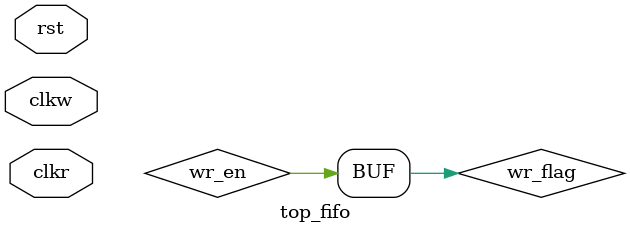
<source format=v>
`timescale 1ns / 1ps


module top_fifo(
		input 		wire		clkw,
		input		wire 		clkr,
		input 		wire 		rst
    );


reg		[31:0]			wdata;
wire 	[31:0]			rdata;
wire 					wr_en;
reg 					rd_en;
wire 					full;
wire 					Empty;

reg 					wr_flag;
reg 	[15:0]			wr_cnt;
reg [15:0]				rd_cnt;



assign wr_en = wr_flag;

always @(posedge clkw) begin
	if (rst) begin
		wdata <= 0;
	end
	else if (wr_en==1) begin
		wdata <= wdata + 1;
	end
end

always @(posedge clkw) begin
	if (rst) begin
		wr_flag <= 0;
	end
	else if (wr_flag==1 && wr_cnt=='d257) begin
		wr_flag <= 0;
	end
	else if (Empty==1) begin
		wr_flag <= 1;
	end
end

always @(posedge clkw) begin
	if (rst) begin
		wr_cnt <= 0;
	end
	else if (wr_flag==1 && wr_cnt=='d257) begin
		wr_cnt <= 0;
	end
	else if (wr_flag==1) begin
		wr_cnt <= wr_cnt + 1;
	end
end

always @(posedge clkr) begin
	if (rst) begin
		rd_en <= 0;
	end
	else if (full==1) begin
		rd_en <= 1;
	end
	else if(rd_cnt == 257) begin
		rd_en <= 0;
	end
end

always @(posedge clkr) begin 
	if (rst == 1'b1) begin
		rd_cnt <='d0;
	end
	else if (rd_en == 1'b1) begin
		rd_cnt <= rd_cnt + 1'b1;
	end
	else begin 
		rd_cnt <='d0;
	end
end




async_fifo_fwft #(.C_WIDTH(32),	.C_DEPTH(256)) fifo_inst (
	.RD_CLK(clkr),			
	.RD_RST(rst),			
	.WR_CLK(clkw),			
	.WR_RST(rst),			
	.WR_DATA(wdata), 		
	.WR_EN(wr_en), 			
	.RD_DATA(rdata), 		
	.RD_EN(rd_en&(~Empty)),			
	.WR_FULL(full), 			
	.RD_EMPTY(Empty) 		
);




endmodule

</source>
